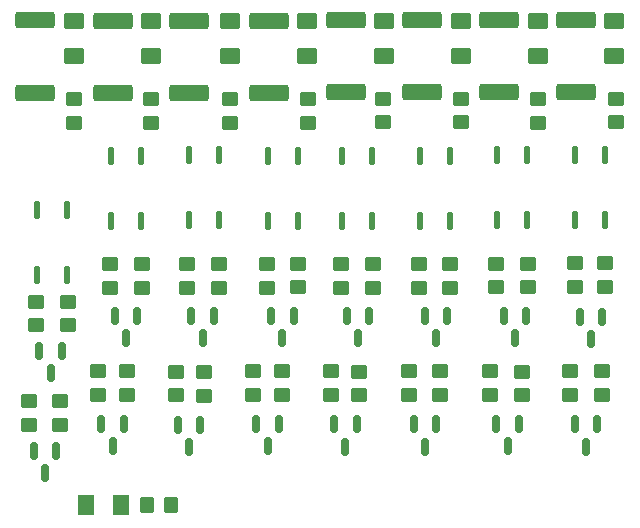
<source format=gbr>
%TF.GenerationSoftware,KiCad,Pcbnew,6.0.7+dfsg-1~bpo11+1*%
%TF.CreationDate,2022-10-12T23:44:01+02:00*%
%TF.ProjectId,rib8in_00,72696238-696e-45f3-9030-2e6b69636164,rev?*%
%TF.SameCoordinates,Original*%
%TF.FileFunction,Paste,Top*%
%TF.FilePolarity,Positive*%
%FSLAX46Y46*%
G04 Gerber Fmt 4.6, Leading zero omitted, Abs format (unit mm)*
G04 Created by KiCad (PCBNEW 6.0.7+dfsg-1~bpo11+1) date 2022-10-12 23:44:01*
%MOMM*%
%LPD*%
G01*
G04 APERTURE LIST*
G04 Aperture macros list*
%AMRoundRect*
0 Rectangle with rounded corners*
0 $1 Rounding radius*
0 $2 $3 $4 $5 $6 $7 $8 $9 X,Y pos of 4 corners*
0 Add a 4 corners polygon primitive as box body*
4,1,4,$2,$3,$4,$5,$6,$7,$8,$9,$2,$3,0*
0 Add four circle primitives for the rounded corners*
1,1,$1+$1,$2,$3*
1,1,$1+$1,$4,$5*
1,1,$1+$1,$6,$7*
1,1,$1+$1,$8,$9*
0 Add four rect primitives between the rounded corners*
20,1,$1+$1,$2,$3,$4,$5,0*
20,1,$1+$1,$4,$5,$6,$7,0*
20,1,$1+$1,$6,$7,$8,$9,0*
20,1,$1+$1,$8,$9,$2,$3,0*%
G04 Aperture macros list end*
%ADD10RoundRect,0.150000X-0.150000X0.587500X-0.150000X-0.587500X0.150000X-0.587500X0.150000X0.587500X0*%
%ADD11RoundRect,0.250000X0.450000X-0.350000X0.450000X0.350000X-0.450000X0.350000X-0.450000X-0.350000X0*%
%ADD12RoundRect,0.250000X0.350000X0.450000X-0.350000X0.450000X-0.350000X-0.450000X0.350000X-0.450000X0*%
%ADD13RoundRect,0.250000X-0.450000X0.350000X-0.450000X-0.350000X0.450000X-0.350000X0.450000X0.350000X0*%
%ADD14RoundRect,0.249999X-1.425001X0.450001X-1.425001X-0.450001X1.425001X-0.450001X1.425001X0.450001X0*%
%ADD15RoundRect,0.137500X-0.137500X0.587500X-0.137500X-0.587500X0.137500X-0.587500X0.137500X0.587500X0*%
%ADD16RoundRect,0.250001X0.624999X-0.462499X0.624999X0.462499X-0.624999X0.462499X-0.624999X-0.462499X0*%
%ADD17RoundRect,0.250001X-0.462499X-0.624999X0.462499X-0.624999X0.462499X0.624999X-0.462499X0.624999X0*%
G04 APERTURE END LIST*
D10*
%TO.C,Q16*%
X129260000Y-110662500D03*
X127360000Y-110662500D03*
X128310000Y-112537500D03*
%TD*%
D11*
%TO.C,R25*%
X147100000Y-96820000D03*
X147100000Y-94820000D03*
%TD*%
D10*
%TO.C,Q6*%
X168420000Y-108392500D03*
X166520000Y-108392500D03*
X167470000Y-110267500D03*
%TD*%
D12*
%TO.C,R41*%
X138970000Y-115200000D03*
X136970000Y-115200000D03*
%TD*%
D13*
%TO.C,R11*%
X162610000Y-94830000D03*
X162610000Y-96830000D03*
%TD*%
%TO.C,R31*%
X136510000Y-94820000D03*
X136510000Y-96820000D03*
%TD*%
D10*
%TO.C,Q1*%
X175450000Y-99292500D03*
X173550000Y-99292500D03*
X174500000Y-101167500D03*
%TD*%
D14*
%TO.C,R2*%
X166750000Y-74200000D03*
X166750000Y-80300000D03*
%TD*%
D15*
%TO.C,U5*%
X149700000Y-85660000D03*
X147160000Y-85660000D03*
X147160000Y-91160000D03*
X149700000Y-91160000D03*
%TD*%
D13*
%TO.C,R19*%
X163530000Y-80840000D03*
X163530000Y-82840000D03*
%TD*%
D10*
%TO.C,Q12*%
X129720000Y-102192500D03*
X127820000Y-102192500D03*
X128770000Y-104067500D03*
%TD*%
%TO.C,Q9*%
X149340000Y-99222500D03*
X147440000Y-99222500D03*
X148390000Y-101097500D03*
%TD*%
%TO.C,Q4*%
X155730000Y-99202500D03*
X153830000Y-99202500D03*
X154780000Y-101077500D03*
%TD*%
%TO.C,Q7*%
X161410000Y-108412500D03*
X159510000Y-108412500D03*
X160460000Y-110287500D03*
%TD*%
D15*
%TO.C,U7*%
X136420000Y-85670000D03*
X133880000Y-85670000D03*
X133880000Y-91170000D03*
X136420000Y-91170000D03*
%TD*%
D13*
%TO.C,R9*%
X175740000Y-94740000D03*
X175740000Y-96740000D03*
%TD*%
D16*
%TO.C,D5*%
X150500000Y-77237500D03*
X150500000Y-74262500D03*
%TD*%
D13*
%TO.C,R39*%
X137250000Y-80870000D03*
X137250000Y-82870000D03*
%TD*%
%TO.C,R44*%
X161710000Y-103920000D03*
X161710000Y-105920000D03*
%TD*%
%TO.C,R36*%
X126910000Y-106420000D03*
X126910000Y-108420000D03*
%TD*%
%TO.C,R20*%
X156950000Y-80840000D03*
X156950000Y-82840000D03*
%TD*%
%TO.C,R42*%
X175450000Y-103890000D03*
X175450000Y-105890000D03*
%TD*%
D14*
%TO.C,R22*%
X140500000Y-74250000D03*
X140500000Y-80350000D03*
%TD*%
D10*
%TO.C,Q8*%
X154680000Y-108415000D03*
X152780000Y-108415000D03*
X153730000Y-110290000D03*
%TD*%
%TO.C,Q10*%
X142580000Y-99212500D03*
X140680000Y-99212500D03*
X141630000Y-101087500D03*
%TD*%
%TO.C,Q14*%
X141460000Y-108430000D03*
X139560000Y-108430000D03*
X140510000Y-110305000D03*
%TD*%
D14*
%TO.C,R4*%
X153750000Y-74200000D03*
X153750000Y-80300000D03*
%TD*%
D15*
%TO.C,U1*%
X175670000Y-85590000D03*
X173130000Y-85590000D03*
X173130000Y-91090000D03*
X175670000Y-91090000D03*
%TD*%
D14*
%TO.C,R21*%
X147250000Y-74250000D03*
X147250000Y-80350000D03*
%TD*%
D13*
%TO.C,R29*%
X149730000Y-94810000D03*
X149730000Y-96810000D03*
%TD*%
D16*
%TO.C,D6*%
X144000000Y-77225000D03*
X144000000Y-74250000D03*
%TD*%
D15*
%TO.C,U4*%
X155950000Y-85650000D03*
X153410000Y-85650000D03*
X153410000Y-91150000D03*
X155950000Y-91150000D03*
%TD*%
%TO.C,U6*%
X142990000Y-85640000D03*
X140450000Y-85640000D03*
X140450000Y-91140000D03*
X142990000Y-91140000D03*
%TD*%
D10*
%TO.C,Q5*%
X175030000Y-108412500D03*
X173130000Y-108412500D03*
X174080000Y-110287500D03*
%TD*%
%TO.C,Q11*%
X136090000Y-99232500D03*
X134190000Y-99232500D03*
X135140000Y-101107500D03*
%TD*%
D13*
%TO.C,R43*%
X168640000Y-103940000D03*
X168640000Y-105940000D03*
%TD*%
D16*
%TO.C,D8*%
X130750000Y-77225000D03*
X130750000Y-74250000D03*
%TD*%
D13*
%TO.C,R49*%
X129560000Y-106440000D03*
X129560000Y-108440000D03*
%TD*%
%TO.C,R15*%
X159130000Y-103900000D03*
X159130000Y-105900000D03*
%TD*%
%TO.C,R13*%
X172740000Y-103910000D03*
X172740000Y-105910000D03*
%TD*%
%TO.C,R32*%
X130270000Y-98030000D03*
X130270000Y-100030000D03*
%TD*%
D11*
%TO.C,R26*%
X140310000Y-96860000D03*
X140310000Y-94860000D03*
%TD*%
D10*
%TO.C,Q13*%
X148100000Y-108390000D03*
X146200000Y-108390000D03*
X147150000Y-110265000D03*
%TD*%
D13*
%TO.C,R40*%
X130790000Y-80870000D03*
X130790000Y-82870000D03*
%TD*%
D16*
%TO.C,D4*%
X157000000Y-77225000D03*
X157000000Y-74250000D03*
%TD*%
D13*
%TO.C,R17*%
X176670000Y-80830000D03*
X176670000Y-82830000D03*
%TD*%
D16*
%TO.C,D1*%
X176500000Y-77225000D03*
X176500000Y-74250000D03*
%TD*%
D11*
%TO.C,R28*%
X127540000Y-100020000D03*
X127540000Y-98020000D03*
%TD*%
D10*
%TO.C,Q15*%
X134970000Y-108382500D03*
X133070000Y-108382500D03*
X134020000Y-110257500D03*
%TD*%
D13*
%TO.C,R10*%
X169190000Y-94800000D03*
X169190000Y-96800000D03*
%TD*%
%TO.C,R46*%
X148340000Y-103890000D03*
X148340000Y-105890000D03*
%TD*%
D14*
%TO.C,R24*%
X127450000Y-74210000D03*
X127450000Y-80310000D03*
%TD*%
D13*
%TO.C,R12*%
X156030000Y-94840000D03*
X156030000Y-96840000D03*
%TD*%
D15*
%TO.C,U8*%
X130170000Y-90250000D03*
X127630000Y-90250000D03*
X127630000Y-95750000D03*
X130170000Y-95750000D03*
%TD*%
D17*
%TO.C,D9*%
X131745000Y-115240000D03*
X134720000Y-115240000D03*
%TD*%
D16*
%TO.C,D3*%
X163500000Y-77237500D03*
X163500000Y-74262500D03*
%TD*%
D13*
%TO.C,R47*%
X141750000Y-103980000D03*
X141750000Y-105980000D03*
%TD*%
%TO.C,R45*%
X154870000Y-103940000D03*
X154870000Y-105940000D03*
%TD*%
D16*
%TO.C,D2*%
X170000000Y-77225000D03*
X170000000Y-74250000D03*
%TD*%
D13*
%TO.C,R38*%
X143940000Y-80880000D03*
X143940000Y-82880000D03*
%TD*%
D14*
%TO.C,R23*%
X134010000Y-74240000D03*
X134010000Y-80340000D03*
%TD*%
D11*
%TO.C,R5*%
X173130000Y-96760000D03*
X173130000Y-94760000D03*
%TD*%
D13*
%TO.C,R33*%
X145900000Y-103900000D03*
X145900000Y-105900000D03*
%TD*%
D11*
%TO.C,R27*%
X133790000Y-96850000D03*
X133790000Y-94850000D03*
%TD*%
D13*
%TO.C,R16*%
X152530000Y-103920000D03*
X152530000Y-105920000D03*
%TD*%
D16*
%TO.C,D7*%
X137250000Y-77225000D03*
X137250000Y-74250000D03*
%TD*%
D14*
%TO.C,R1*%
X173250000Y-74200000D03*
X173250000Y-80300000D03*
%TD*%
D13*
%TO.C,R30*%
X143030000Y-94820000D03*
X143030000Y-96820000D03*
%TD*%
%TO.C,R37*%
X150550000Y-80870000D03*
X150550000Y-82870000D03*
%TD*%
D14*
%TO.C,R3*%
X160250000Y-74200000D03*
X160250000Y-80300000D03*
%TD*%
D11*
%TO.C,R7*%
X159980000Y-96830000D03*
X159980000Y-94830000D03*
%TD*%
D13*
%TO.C,R48*%
X135210000Y-103930000D03*
X135210000Y-105930000D03*
%TD*%
D10*
%TO.C,Q2*%
X169020000Y-99232500D03*
X167120000Y-99232500D03*
X168070000Y-101107500D03*
%TD*%
D11*
%TO.C,R6*%
X166470000Y-96810000D03*
X166470000Y-94810000D03*
%TD*%
D13*
%TO.C,R35*%
X132820000Y-103890000D03*
X132820000Y-105890000D03*
%TD*%
%TO.C,R14*%
X165950000Y-103930000D03*
X165950000Y-105930000D03*
%TD*%
D11*
%TO.C,R8*%
X153390000Y-96820000D03*
X153390000Y-94820000D03*
%TD*%
D15*
%TO.C,U2*%
X169080000Y-85620000D03*
X166540000Y-85620000D03*
X166540000Y-91120000D03*
X169080000Y-91120000D03*
%TD*%
D10*
%TO.C,Q3*%
X162360000Y-99222500D03*
X160460000Y-99222500D03*
X161410000Y-101097500D03*
%TD*%
D13*
%TO.C,R18*%
X170010000Y-80850000D03*
X170010000Y-82850000D03*
%TD*%
%TO.C,R34*%
X139360000Y-103950000D03*
X139360000Y-105950000D03*
%TD*%
D15*
%TO.C,U3*%
X162550000Y-85700000D03*
X160010000Y-85700000D03*
X160010000Y-91200000D03*
X162550000Y-91200000D03*
%TD*%
M02*

</source>
